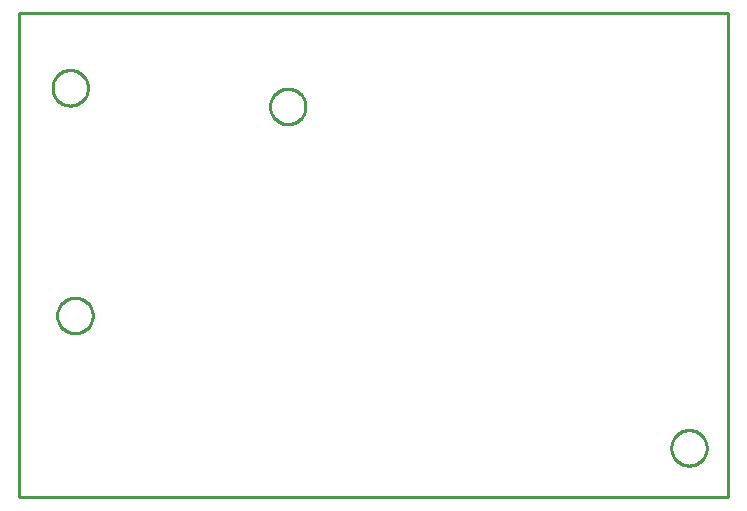
<source format=gbr>
G04 EAGLE Gerber RS-274X export*
G75*
%MOMM*%
%FSLAX34Y34*%
%LPD*%
%IN*%
%IPPOS*%
%AMOC8*
5,1,8,0,0,1.08239X$1,22.5*%
G01*
%ADD10C,0.254000*%


D10*
X0Y0D02*
X600000Y0D01*
X600000Y410000D01*
X0Y410000D01*
X0Y0D01*
X58160Y346184D02*
X58084Y345116D01*
X57931Y344055D01*
X57703Y343008D01*
X57401Y341980D01*
X57027Y340976D01*
X56582Y340001D01*
X56068Y339061D01*
X55489Y338160D01*
X54847Y337302D01*
X54145Y336492D01*
X53388Y335735D01*
X52578Y335033D01*
X51720Y334391D01*
X50819Y333812D01*
X49879Y333298D01*
X48904Y332853D01*
X47900Y332479D01*
X46872Y332177D01*
X45825Y331949D01*
X44764Y331796D01*
X43696Y331720D01*
X42624Y331720D01*
X41556Y331796D01*
X40495Y331949D01*
X39448Y332177D01*
X38420Y332479D01*
X37416Y332853D01*
X36441Y333298D01*
X35501Y333812D01*
X34600Y334391D01*
X33742Y335033D01*
X32932Y335735D01*
X32175Y336492D01*
X31473Y337302D01*
X30831Y338160D01*
X30252Y339061D01*
X29738Y340001D01*
X29293Y340976D01*
X28919Y341980D01*
X28617Y343008D01*
X28389Y344055D01*
X28236Y345116D01*
X28160Y346184D01*
X28160Y347256D01*
X28236Y348324D01*
X28389Y349385D01*
X28617Y350432D01*
X28919Y351460D01*
X29293Y352464D01*
X29738Y353439D01*
X30252Y354379D01*
X30831Y355280D01*
X31473Y356138D01*
X32175Y356948D01*
X32932Y357705D01*
X33742Y358407D01*
X34600Y359049D01*
X35501Y359628D01*
X36441Y360142D01*
X37416Y360587D01*
X38420Y360961D01*
X39448Y361263D01*
X40495Y361491D01*
X41556Y361644D01*
X42624Y361720D01*
X43696Y361720D01*
X44764Y361644D01*
X45825Y361491D01*
X46872Y361263D01*
X47900Y360961D01*
X48904Y360587D01*
X49879Y360142D01*
X50819Y359628D01*
X51720Y359049D01*
X52578Y358407D01*
X53388Y357705D01*
X54145Y356948D01*
X54847Y356138D01*
X55489Y355280D01*
X56068Y354379D01*
X56582Y353439D01*
X57027Y352464D01*
X57401Y351460D01*
X57703Y350432D01*
X57931Y349385D01*
X58084Y348324D01*
X58160Y347256D01*
X58160Y346184D01*
X62110Y153364D02*
X62034Y152296D01*
X61881Y151235D01*
X61653Y150188D01*
X61351Y149160D01*
X60977Y148156D01*
X60532Y147181D01*
X60018Y146241D01*
X59439Y145340D01*
X58797Y144482D01*
X58095Y143672D01*
X57338Y142915D01*
X56528Y142213D01*
X55670Y141571D01*
X54769Y140992D01*
X53829Y140478D01*
X52854Y140033D01*
X51850Y139659D01*
X50822Y139357D01*
X49775Y139129D01*
X48714Y138976D01*
X47646Y138900D01*
X46574Y138900D01*
X45506Y138976D01*
X44445Y139129D01*
X43398Y139357D01*
X42370Y139659D01*
X41366Y140033D01*
X40391Y140478D01*
X39451Y140992D01*
X38550Y141571D01*
X37692Y142213D01*
X36882Y142915D01*
X36125Y143672D01*
X35423Y144482D01*
X34781Y145340D01*
X34202Y146241D01*
X33688Y147181D01*
X33243Y148156D01*
X32869Y149160D01*
X32567Y150188D01*
X32339Y151235D01*
X32186Y152296D01*
X32110Y153364D01*
X32110Y154436D01*
X32186Y155504D01*
X32339Y156565D01*
X32567Y157612D01*
X32869Y158640D01*
X33243Y159644D01*
X33688Y160619D01*
X34202Y161559D01*
X34781Y162460D01*
X35423Y163318D01*
X36125Y164128D01*
X36882Y164885D01*
X37692Y165587D01*
X38550Y166229D01*
X39451Y166808D01*
X40391Y167322D01*
X41366Y167767D01*
X42370Y168141D01*
X43398Y168443D01*
X44445Y168671D01*
X45506Y168824D01*
X46574Y168900D01*
X47646Y168900D01*
X48714Y168824D01*
X49775Y168671D01*
X50822Y168443D01*
X51850Y168141D01*
X52854Y167767D01*
X53829Y167322D01*
X54769Y166808D01*
X55670Y166229D01*
X56528Y165587D01*
X57338Y164885D01*
X58095Y164128D01*
X58797Y163318D01*
X59439Y162460D01*
X60018Y161559D01*
X60532Y160619D01*
X60977Y159644D01*
X61351Y158640D01*
X61653Y157612D01*
X61881Y156565D01*
X62034Y155504D01*
X62110Y154436D01*
X62110Y153364D01*
X582040Y41374D02*
X581964Y40306D01*
X581811Y39245D01*
X581583Y38198D01*
X581281Y37170D01*
X580907Y36166D01*
X580462Y35191D01*
X579948Y34251D01*
X579369Y33350D01*
X578727Y32492D01*
X578025Y31682D01*
X577268Y30925D01*
X576458Y30223D01*
X575600Y29581D01*
X574699Y29002D01*
X573759Y28488D01*
X572784Y28043D01*
X571780Y27669D01*
X570752Y27367D01*
X569705Y27139D01*
X568644Y26986D01*
X567576Y26910D01*
X566504Y26910D01*
X565436Y26986D01*
X564375Y27139D01*
X563328Y27367D01*
X562300Y27669D01*
X561296Y28043D01*
X560321Y28488D01*
X559381Y29002D01*
X558480Y29581D01*
X557622Y30223D01*
X556812Y30925D01*
X556055Y31682D01*
X555353Y32492D01*
X554711Y33350D01*
X554132Y34251D01*
X553618Y35191D01*
X553173Y36166D01*
X552799Y37170D01*
X552497Y38198D01*
X552269Y39245D01*
X552116Y40306D01*
X552040Y41374D01*
X552040Y42446D01*
X552116Y43514D01*
X552269Y44575D01*
X552497Y45622D01*
X552799Y46650D01*
X553173Y47654D01*
X553618Y48629D01*
X554132Y49569D01*
X554711Y50470D01*
X555353Y51328D01*
X556055Y52138D01*
X556812Y52895D01*
X557622Y53597D01*
X558480Y54239D01*
X559381Y54818D01*
X560321Y55332D01*
X561296Y55777D01*
X562300Y56151D01*
X563328Y56453D01*
X564375Y56681D01*
X565436Y56834D01*
X566504Y56910D01*
X567576Y56910D01*
X568644Y56834D01*
X569705Y56681D01*
X570752Y56453D01*
X571780Y56151D01*
X572784Y55777D01*
X573759Y55332D01*
X574699Y54818D01*
X575600Y54239D01*
X576458Y53597D01*
X577268Y52895D01*
X578025Y52138D01*
X578727Y51328D01*
X579369Y50470D01*
X579948Y49569D01*
X580462Y48629D01*
X580907Y47654D01*
X581281Y46650D01*
X581583Y45622D01*
X581811Y44575D01*
X581964Y43514D01*
X582040Y42446D01*
X582040Y41374D01*
X242290Y330334D02*
X242214Y329266D01*
X242061Y328205D01*
X241833Y327158D01*
X241531Y326130D01*
X241157Y325126D01*
X240712Y324151D01*
X240198Y323211D01*
X239619Y322310D01*
X238977Y321452D01*
X238275Y320642D01*
X237518Y319885D01*
X236708Y319183D01*
X235850Y318541D01*
X234949Y317962D01*
X234009Y317448D01*
X233034Y317003D01*
X232030Y316629D01*
X231002Y316327D01*
X229955Y316099D01*
X228894Y315946D01*
X227826Y315870D01*
X226754Y315870D01*
X225686Y315946D01*
X224625Y316099D01*
X223578Y316327D01*
X222550Y316629D01*
X221546Y317003D01*
X220571Y317448D01*
X219631Y317962D01*
X218730Y318541D01*
X217872Y319183D01*
X217062Y319885D01*
X216305Y320642D01*
X215603Y321452D01*
X214961Y322310D01*
X214382Y323211D01*
X213868Y324151D01*
X213423Y325126D01*
X213049Y326130D01*
X212747Y327158D01*
X212519Y328205D01*
X212366Y329266D01*
X212290Y330334D01*
X212290Y331406D01*
X212366Y332474D01*
X212519Y333535D01*
X212747Y334582D01*
X213049Y335610D01*
X213423Y336614D01*
X213868Y337589D01*
X214382Y338529D01*
X214961Y339430D01*
X215603Y340288D01*
X216305Y341098D01*
X217062Y341855D01*
X217872Y342557D01*
X218730Y343199D01*
X219631Y343778D01*
X220571Y344292D01*
X221546Y344737D01*
X222550Y345111D01*
X223578Y345413D01*
X224625Y345641D01*
X225686Y345794D01*
X226754Y345870D01*
X227826Y345870D01*
X228894Y345794D01*
X229955Y345641D01*
X231002Y345413D01*
X232030Y345111D01*
X233034Y344737D01*
X234009Y344292D01*
X234949Y343778D01*
X235850Y343199D01*
X236708Y342557D01*
X237518Y341855D01*
X238275Y341098D01*
X238977Y340288D01*
X239619Y339430D01*
X240198Y338529D01*
X240712Y337589D01*
X241157Y336614D01*
X241531Y335610D01*
X241833Y334582D01*
X242061Y333535D01*
X242214Y332474D01*
X242290Y331406D01*
X242290Y330334D01*
M02*

</source>
